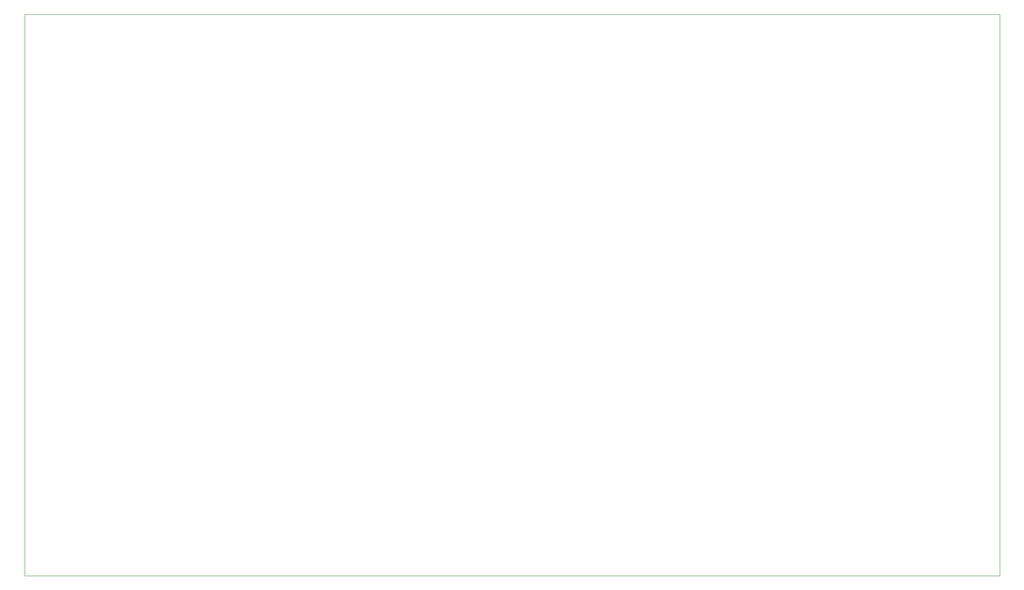
<source format=gbr>
G04 #@! TF.GenerationSoftware,KiCad,Pcbnew,(5.1.5-0-10_14)*
G04 #@! TF.CreationDate,2020-04-11T18:37:10+09:00*
G04 #@! TF.ProjectId,hybohat,6879626f-6861-4742-9e6b-696361645f70,rev?*
G04 #@! TF.SameCoordinates,Original*
G04 #@! TF.FileFunction,Profile,NP*
%FSLAX46Y46*%
G04 Gerber Fmt 4.6, Leading zero omitted, Abs format (unit mm)*
G04 Created by KiCad (PCBNEW (5.1.5-0-10_14)) date 2020-04-11 18:37:10*
%MOMM*%
%LPD*%
G04 APERTURE LIST*
%ADD10C,0.050000*%
G04 APERTURE END LIST*
D10*
X75565000Y-141605000D02*
X75565000Y-31750000D01*
X266065000Y-31750000D02*
X75565000Y-31750000D01*
X266065000Y-141605000D02*
X266065000Y-31750000D01*
X75565000Y-141605000D02*
X266065000Y-141605000D01*
M02*

</source>
